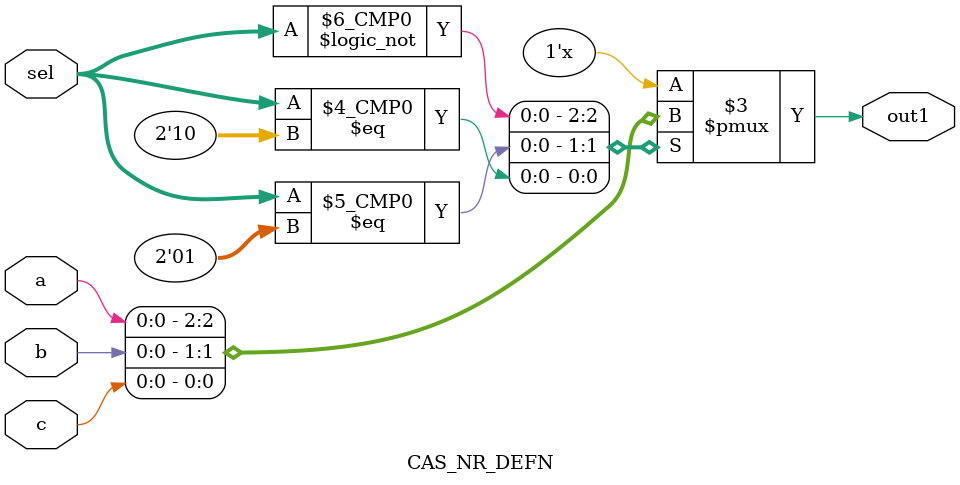
<source format=v>
module CAS_NR_DEFN (a, b, c, sel, out1);
   input a;
   input b;
   input c;
   input [1:0] sel;
   output out1;
   reg out1;
   always @(a or b or c or sel)
   begin
      case (sel)
         2'b00: out1 = a;
         2'b01: out1 = b;
         2'b10: out1 = c;
      endcase
   end
endmodule

</source>
